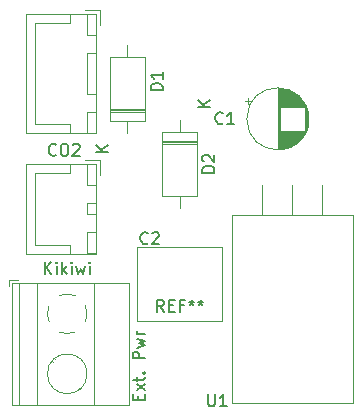
<source format=gbr>
%TF.GenerationSoftware,KiCad,Pcbnew,7.0.9*%
%TF.CreationDate,2023-11-11T09:59:11+01:00*%
%TF.ProjectId,CO2-PwrSupply,434f322d-5077-4725-9375-70706c792e6b,1.0*%
%TF.SameCoordinates,Original*%
%TF.FileFunction,Legend,Top*%
%TF.FilePolarity,Positive*%
%FSLAX46Y46*%
G04 Gerber Fmt 4.6, Leading zero omitted, Abs format (unit mm)*
G04 Created by KiCad (PCBNEW 7.0.9) date 2023-11-11 09:59:11*
%MOMM*%
%LPD*%
G01*
G04 APERTURE LIST*
%ADD10C,0.150000*%
%ADD11C,0.120000*%
G04 APERTURE END LIST*
D10*
X62009666Y-42872819D02*
X61676333Y-42396628D01*
X61438238Y-42872819D02*
X61438238Y-41872819D01*
X61438238Y-41872819D02*
X61819190Y-41872819D01*
X61819190Y-41872819D02*
X61914428Y-41920438D01*
X61914428Y-41920438D02*
X61962047Y-41968057D01*
X61962047Y-41968057D02*
X62009666Y-42063295D01*
X62009666Y-42063295D02*
X62009666Y-42206152D01*
X62009666Y-42206152D02*
X61962047Y-42301390D01*
X61962047Y-42301390D02*
X61914428Y-42349009D01*
X61914428Y-42349009D02*
X61819190Y-42396628D01*
X61819190Y-42396628D02*
X61438238Y-42396628D01*
X62438238Y-42349009D02*
X62771571Y-42349009D01*
X62914428Y-42872819D02*
X62438238Y-42872819D01*
X62438238Y-42872819D02*
X62438238Y-41872819D01*
X62438238Y-41872819D02*
X62914428Y-41872819D01*
X63676333Y-42349009D02*
X63343000Y-42349009D01*
X63343000Y-42872819D02*
X63343000Y-41872819D01*
X63343000Y-41872819D02*
X63819190Y-41872819D01*
X64343000Y-41872819D02*
X64343000Y-42110914D01*
X64104905Y-42015676D02*
X64343000Y-42110914D01*
X64343000Y-42110914D02*
X64581095Y-42015676D01*
X64200143Y-42301390D02*
X64343000Y-42110914D01*
X64343000Y-42110914D02*
X64485857Y-42301390D01*
X65104905Y-41872819D02*
X65104905Y-42110914D01*
X64866810Y-42015676D02*
X65104905Y-42110914D01*
X65104905Y-42110914D02*
X65343000Y-42015676D01*
X64962048Y-42301390D02*
X65104905Y-42110914D01*
X65104905Y-42110914D02*
X65247762Y-42301390D01*
X52873523Y-29569580D02*
X52825904Y-29617200D01*
X52825904Y-29617200D02*
X52683047Y-29664819D01*
X52683047Y-29664819D02*
X52587809Y-29664819D01*
X52587809Y-29664819D02*
X52444952Y-29617200D01*
X52444952Y-29617200D02*
X52349714Y-29521961D01*
X52349714Y-29521961D02*
X52302095Y-29426723D01*
X52302095Y-29426723D02*
X52254476Y-29236247D01*
X52254476Y-29236247D02*
X52254476Y-29093390D01*
X52254476Y-29093390D02*
X52302095Y-28902914D01*
X52302095Y-28902914D02*
X52349714Y-28807676D01*
X52349714Y-28807676D02*
X52444952Y-28712438D01*
X52444952Y-28712438D02*
X52587809Y-28664819D01*
X52587809Y-28664819D02*
X52683047Y-28664819D01*
X52683047Y-28664819D02*
X52825904Y-28712438D01*
X52825904Y-28712438D02*
X52873523Y-28760057D01*
X53492571Y-28664819D02*
X53683047Y-28664819D01*
X53683047Y-28664819D02*
X53778285Y-28712438D01*
X53778285Y-28712438D02*
X53873523Y-28807676D01*
X53873523Y-28807676D02*
X53921142Y-28998152D01*
X53921142Y-28998152D02*
X53921142Y-29331485D01*
X53921142Y-29331485D02*
X53873523Y-29521961D01*
X53873523Y-29521961D02*
X53778285Y-29617200D01*
X53778285Y-29617200D02*
X53683047Y-29664819D01*
X53683047Y-29664819D02*
X53492571Y-29664819D01*
X53492571Y-29664819D02*
X53397333Y-29617200D01*
X53397333Y-29617200D02*
X53302095Y-29521961D01*
X53302095Y-29521961D02*
X53254476Y-29331485D01*
X53254476Y-29331485D02*
X53254476Y-28998152D01*
X53254476Y-28998152D02*
X53302095Y-28807676D01*
X53302095Y-28807676D02*
X53397333Y-28712438D01*
X53397333Y-28712438D02*
X53492571Y-28664819D01*
X54302095Y-28760057D02*
X54349714Y-28712438D01*
X54349714Y-28712438D02*
X54444952Y-28664819D01*
X54444952Y-28664819D02*
X54683047Y-28664819D01*
X54683047Y-28664819D02*
X54778285Y-28712438D01*
X54778285Y-28712438D02*
X54825904Y-28760057D01*
X54825904Y-28760057D02*
X54873523Y-28855295D01*
X54873523Y-28855295D02*
X54873523Y-28950533D01*
X54873523Y-28950533D02*
X54825904Y-29093390D01*
X54825904Y-29093390D02*
X54254476Y-29664819D01*
X54254476Y-29664819D02*
X54873523Y-29664819D01*
X66267819Y-31091094D02*
X65267819Y-31091094D01*
X65267819Y-31091094D02*
X65267819Y-30852999D01*
X65267819Y-30852999D02*
X65315438Y-30710142D01*
X65315438Y-30710142D02*
X65410676Y-30614904D01*
X65410676Y-30614904D02*
X65505914Y-30567285D01*
X65505914Y-30567285D02*
X65696390Y-30519666D01*
X65696390Y-30519666D02*
X65839247Y-30519666D01*
X65839247Y-30519666D02*
X66029723Y-30567285D01*
X66029723Y-30567285D02*
X66124961Y-30614904D01*
X66124961Y-30614904D02*
X66220200Y-30710142D01*
X66220200Y-30710142D02*
X66267819Y-30852999D01*
X66267819Y-30852999D02*
X66267819Y-31091094D01*
X65363057Y-30138713D02*
X65315438Y-30091094D01*
X65315438Y-30091094D02*
X65267819Y-29995856D01*
X65267819Y-29995856D02*
X65267819Y-29757761D01*
X65267819Y-29757761D02*
X65315438Y-29662523D01*
X65315438Y-29662523D02*
X65363057Y-29614904D01*
X65363057Y-29614904D02*
X65458295Y-29567285D01*
X65458295Y-29567285D02*
X65553533Y-29567285D01*
X65553533Y-29567285D02*
X65696390Y-29614904D01*
X65696390Y-29614904D02*
X66267819Y-30186332D01*
X66267819Y-30186332D02*
X66267819Y-29567285D01*
X65897819Y-25534904D02*
X64897819Y-25534904D01*
X65897819Y-24963476D02*
X65326390Y-25392047D01*
X64897819Y-24963476D02*
X65469247Y-25534904D01*
X51913239Y-39697819D02*
X51913239Y-38697819D01*
X52484667Y-39697819D02*
X52056096Y-39126390D01*
X52484667Y-38697819D02*
X51913239Y-39269247D01*
X52913239Y-39697819D02*
X52913239Y-39031152D01*
X52913239Y-38697819D02*
X52865620Y-38745438D01*
X52865620Y-38745438D02*
X52913239Y-38793057D01*
X52913239Y-38793057D02*
X52960858Y-38745438D01*
X52960858Y-38745438D02*
X52913239Y-38697819D01*
X52913239Y-38697819D02*
X52913239Y-38793057D01*
X53389429Y-39697819D02*
X53389429Y-38697819D01*
X53484667Y-39316866D02*
X53770381Y-39697819D01*
X53770381Y-39031152D02*
X53389429Y-39412104D01*
X54198953Y-39697819D02*
X54198953Y-39031152D01*
X54198953Y-38697819D02*
X54151334Y-38745438D01*
X54151334Y-38745438D02*
X54198953Y-38793057D01*
X54198953Y-38793057D02*
X54246572Y-38745438D01*
X54246572Y-38745438D02*
X54198953Y-38697819D01*
X54198953Y-38697819D02*
X54198953Y-38793057D01*
X54579905Y-39031152D02*
X54770381Y-39697819D01*
X54770381Y-39697819D02*
X54960857Y-39221628D01*
X54960857Y-39221628D02*
X55151333Y-39697819D01*
X55151333Y-39697819D02*
X55341809Y-39031152D01*
X55722762Y-39697819D02*
X55722762Y-39031152D01*
X55722762Y-38697819D02*
X55675143Y-38745438D01*
X55675143Y-38745438D02*
X55722762Y-38793057D01*
X55722762Y-38793057D02*
X55770381Y-38745438D01*
X55770381Y-38745438D02*
X55722762Y-38697819D01*
X55722762Y-38697819D02*
X55722762Y-38793057D01*
X65756095Y-49873819D02*
X65756095Y-50683342D01*
X65756095Y-50683342D02*
X65803714Y-50778580D01*
X65803714Y-50778580D02*
X65851333Y-50826200D01*
X65851333Y-50826200D02*
X65946571Y-50873819D01*
X65946571Y-50873819D02*
X66137047Y-50873819D01*
X66137047Y-50873819D02*
X66232285Y-50826200D01*
X66232285Y-50826200D02*
X66279904Y-50778580D01*
X66279904Y-50778580D02*
X66327523Y-50683342D01*
X66327523Y-50683342D02*
X66327523Y-49873819D01*
X67327523Y-50873819D02*
X66756095Y-50873819D01*
X67041809Y-50873819D02*
X67041809Y-49873819D01*
X67041809Y-49873819D02*
X66946571Y-50016676D01*
X66946571Y-50016676D02*
X66851333Y-50111914D01*
X66851333Y-50111914D02*
X66756095Y-50159533D01*
X60636333Y-37062580D02*
X60588714Y-37110200D01*
X60588714Y-37110200D02*
X60445857Y-37157819D01*
X60445857Y-37157819D02*
X60350619Y-37157819D01*
X60350619Y-37157819D02*
X60207762Y-37110200D01*
X60207762Y-37110200D02*
X60112524Y-37014961D01*
X60112524Y-37014961D02*
X60064905Y-36919723D01*
X60064905Y-36919723D02*
X60017286Y-36729247D01*
X60017286Y-36729247D02*
X60017286Y-36586390D01*
X60017286Y-36586390D02*
X60064905Y-36395914D01*
X60064905Y-36395914D02*
X60112524Y-36300676D01*
X60112524Y-36300676D02*
X60207762Y-36205438D01*
X60207762Y-36205438D02*
X60350619Y-36157819D01*
X60350619Y-36157819D02*
X60445857Y-36157819D01*
X60445857Y-36157819D02*
X60588714Y-36205438D01*
X60588714Y-36205438D02*
X60636333Y-36253057D01*
X61017286Y-36253057D02*
X61064905Y-36205438D01*
X61064905Y-36205438D02*
X61160143Y-36157819D01*
X61160143Y-36157819D02*
X61398238Y-36157819D01*
X61398238Y-36157819D02*
X61493476Y-36205438D01*
X61493476Y-36205438D02*
X61541095Y-36253057D01*
X61541095Y-36253057D02*
X61588714Y-36348295D01*
X61588714Y-36348295D02*
X61588714Y-36443533D01*
X61588714Y-36443533D02*
X61541095Y-36586390D01*
X61541095Y-36586390D02*
X60969667Y-37157819D01*
X60969667Y-37157819D02*
X61588714Y-37157819D01*
X61892819Y-24106094D02*
X60892819Y-24106094D01*
X60892819Y-24106094D02*
X60892819Y-23867999D01*
X60892819Y-23867999D02*
X60940438Y-23725142D01*
X60940438Y-23725142D02*
X61035676Y-23629904D01*
X61035676Y-23629904D02*
X61130914Y-23582285D01*
X61130914Y-23582285D02*
X61321390Y-23534666D01*
X61321390Y-23534666D02*
X61464247Y-23534666D01*
X61464247Y-23534666D02*
X61654723Y-23582285D01*
X61654723Y-23582285D02*
X61749961Y-23629904D01*
X61749961Y-23629904D02*
X61845200Y-23725142D01*
X61845200Y-23725142D02*
X61892819Y-23867999D01*
X61892819Y-23867999D02*
X61892819Y-24106094D01*
X61892819Y-22582285D02*
X61892819Y-23153713D01*
X61892819Y-22867999D02*
X60892819Y-22867999D01*
X60892819Y-22867999D02*
X61035676Y-22963237D01*
X61035676Y-22963237D02*
X61130914Y-23058475D01*
X61130914Y-23058475D02*
X61178533Y-23153713D01*
X57252819Y-29344904D02*
X56252819Y-29344904D01*
X57252819Y-28773476D02*
X56681390Y-29202047D01*
X56252819Y-28773476D02*
X56824247Y-29344904D01*
X59845009Y-50355142D02*
X59845009Y-50021809D01*
X60368819Y-49878952D02*
X60368819Y-50355142D01*
X60368819Y-50355142D02*
X59368819Y-50355142D01*
X59368819Y-50355142D02*
X59368819Y-49878952D01*
X60368819Y-49545618D02*
X59702152Y-49021809D01*
X59702152Y-49545618D02*
X60368819Y-49021809D01*
X59702152Y-48783713D02*
X59702152Y-48402761D01*
X59368819Y-48640856D02*
X60225961Y-48640856D01*
X60225961Y-48640856D02*
X60321200Y-48593237D01*
X60321200Y-48593237D02*
X60368819Y-48497999D01*
X60368819Y-48497999D02*
X60368819Y-48402761D01*
X60273580Y-48069427D02*
X60321200Y-48021808D01*
X60321200Y-48021808D02*
X60368819Y-48069427D01*
X60368819Y-48069427D02*
X60321200Y-48117046D01*
X60321200Y-48117046D02*
X60273580Y-48069427D01*
X60273580Y-48069427D02*
X60368819Y-48069427D01*
X60368819Y-46831332D02*
X59368819Y-46831332D01*
X59368819Y-46831332D02*
X59368819Y-46450380D01*
X59368819Y-46450380D02*
X59416438Y-46355142D01*
X59416438Y-46355142D02*
X59464057Y-46307523D01*
X59464057Y-46307523D02*
X59559295Y-46259904D01*
X59559295Y-46259904D02*
X59702152Y-46259904D01*
X59702152Y-46259904D02*
X59797390Y-46307523D01*
X59797390Y-46307523D02*
X59845009Y-46355142D01*
X59845009Y-46355142D02*
X59892628Y-46450380D01*
X59892628Y-46450380D02*
X59892628Y-46831332D01*
X59702152Y-45926570D02*
X60368819Y-45736094D01*
X60368819Y-45736094D02*
X59892628Y-45545618D01*
X59892628Y-45545618D02*
X60368819Y-45355142D01*
X60368819Y-45355142D02*
X59702152Y-45164666D01*
X60368819Y-44783713D02*
X59702152Y-44783713D01*
X59892628Y-44783713D02*
X59797390Y-44736094D01*
X59797390Y-44736094D02*
X59749771Y-44688475D01*
X59749771Y-44688475D02*
X59702152Y-44593237D01*
X59702152Y-44593237D02*
X59702152Y-44497999D01*
X66986333Y-26902580D02*
X66938714Y-26950200D01*
X66938714Y-26950200D02*
X66795857Y-26997819D01*
X66795857Y-26997819D02*
X66700619Y-26997819D01*
X66700619Y-26997819D02*
X66557762Y-26950200D01*
X66557762Y-26950200D02*
X66462524Y-26854961D01*
X66462524Y-26854961D02*
X66414905Y-26759723D01*
X66414905Y-26759723D02*
X66367286Y-26569247D01*
X66367286Y-26569247D02*
X66367286Y-26426390D01*
X66367286Y-26426390D02*
X66414905Y-26235914D01*
X66414905Y-26235914D02*
X66462524Y-26140676D01*
X66462524Y-26140676D02*
X66557762Y-26045438D01*
X66557762Y-26045438D02*
X66700619Y-25997819D01*
X66700619Y-25997819D02*
X66795857Y-25997819D01*
X66795857Y-25997819D02*
X66938714Y-26045438D01*
X66938714Y-26045438D02*
X66986333Y-26093057D01*
X67938714Y-26997819D02*
X67367286Y-26997819D01*
X67653000Y-26997819D02*
X67653000Y-25997819D01*
X67653000Y-25997819D02*
X67557762Y-26140676D01*
X67557762Y-26140676D02*
X67462524Y-26235914D01*
X67462524Y-26235914D02*
X67367286Y-26283533D01*
D11*
%TO.C,J3*%
X56568000Y-17343000D02*
X55318000Y-17343000D01*
X56278000Y-17633000D02*
X50308000Y-17633000D01*
X50308000Y-17633000D02*
X50308000Y-27753000D01*
X56268000Y-17643000D02*
X55518000Y-17643000D01*
X55518000Y-17643000D02*
X55518000Y-19443000D01*
X54018000Y-17643000D02*
X54018000Y-18393000D01*
X54018000Y-18393000D02*
X51068000Y-18393000D01*
X51068000Y-18393000D02*
X51068000Y-22693000D01*
X56568000Y-18593000D02*
X56568000Y-17343000D01*
X56268000Y-19443000D02*
X56268000Y-17643000D01*
X55518000Y-19443000D02*
X56268000Y-19443000D01*
X56268000Y-20943000D02*
X55518000Y-20943000D01*
X55518000Y-20943000D02*
X55518000Y-24443000D01*
X56268000Y-24443000D02*
X56268000Y-20943000D01*
X55518000Y-24443000D02*
X56268000Y-24443000D01*
X56268000Y-25943000D02*
X55518000Y-25943000D01*
X55518000Y-25943000D02*
X55518000Y-27743000D01*
X54018000Y-26993000D02*
X51068000Y-26993000D01*
X51068000Y-26993000D02*
X51068000Y-22693000D01*
X56268000Y-27743000D02*
X56268000Y-25943000D01*
X55518000Y-27743000D02*
X56268000Y-27743000D01*
X54018000Y-27743000D02*
X54018000Y-26993000D01*
X56278000Y-27753000D02*
X56278000Y-17633000D01*
X50308000Y-27753000D02*
X56278000Y-27753000D01*
%TO.C,D2*%
X63343000Y-26613000D02*
X63343000Y-27633000D01*
X64813000Y-27633000D02*
X61873000Y-27633000D01*
X61873000Y-27633000D02*
X61873000Y-33073000D01*
X64813000Y-28413000D02*
X61873000Y-28413000D01*
X64813000Y-28533000D02*
X61873000Y-28533000D01*
X64813000Y-28653000D02*
X61873000Y-28653000D01*
X64813000Y-33073000D02*
X64813000Y-27633000D01*
X61873000Y-33073000D02*
X64813000Y-33073000D01*
X63343000Y-34093000D02*
X63343000Y-33073000D01*
%TO.C,J2*%
X56568000Y-30043000D02*
X55318000Y-30043000D01*
X56278000Y-30333000D02*
X50308000Y-30333000D01*
X50308000Y-30333000D02*
X50308000Y-37953000D01*
X56268000Y-30343000D02*
X55518000Y-30343000D01*
X55518000Y-30343000D02*
X55518000Y-32143000D01*
X54018000Y-30343000D02*
X54018000Y-31093000D01*
X54018000Y-31093000D02*
X51068000Y-31093000D01*
X51068000Y-31093000D02*
X51068000Y-34143000D01*
X56568000Y-31293000D02*
X56568000Y-30043000D01*
X56268000Y-32143000D02*
X56268000Y-30343000D01*
X55518000Y-32143000D02*
X56268000Y-32143000D01*
X56268000Y-33643000D02*
X55518000Y-33643000D01*
X55518000Y-33643000D02*
X55518000Y-34643000D01*
X56268000Y-34643000D02*
X56268000Y-33643000D01*
X55518000Y-34643000D02*
X56268000Y-34643000D01*
X56268000Y-36143000D02*
X55518000Y-36143000D01*
X55518000Y-36143000D02*
X55518000Y-37943000D01*
X54018000Y-37193000D02*
X51068000Y-37193000D01*
X51068000Y-37193000D02*
X51068000Y-34143000D01*
X56268000Y-37943000D02*
X56268000Y-36143000D01*
X55518000Y-37943000D02*
X56268000Y-37943000D01*
X54018000Y-37943000D02*
X54018000Y-37193000D01*
X56278000Y-37953000D02*
X56278000Y-30333000D01*
X50308000Y-37953000D02*
X56278000Y-37953000D01*
%TO.C,U1*%
X77988000Y-50568000D02*
X77988000Y-34678000D01*
X77988000Y-50568000D02*
X67748000Y-50568000D01*
X77988000Y-34678000D02*
X67748000Y-34678000D01*
X75408000Y-34678000D02*
X75408000Y-32138000D01*
X72868000Y-34678000D02*
X72868000Y-32138000D01*
X70328000Y-34678000D02*
X70328000Y-32138000D01*
X67748000Y-50568000D02*
X67748000Y-34678000D01*
%TO.C,C2*%
X66963000Y-43633000D02*
X66963000Y-37393000D01*
X66963000Y-43633000D02*
X59723000Y-43633000D01*
X66963000Y-37393000D02*
X59723000Y-37393000D01*
X59723000Y-43633000D02*
X59723000Y-37393000D01*
%TO.C,D1*%
X58898000Y-27743000D02*
X58898000Y-26723000D01*
X57428000Y-26723000D02*
X60368000Y-26723000D01*
X60368000Y-26723000D02*
X60368000Y-21283000D01*
X57428000Y-25943000D02*
X60368000Y-25943000D01*
X57428000Y-25823000D02*
X60368000Y-25823000D01*
X57428000Y-25703000D02*
X60368000Y-25703000D01*
X57428000Y-21283000D02*
X57428000Y-26723000D01*
X60368000Y-21283000D02*
X57428000Y-21283000D01*
X58898000Y-20263000D02*
X58898000Y-21283000D01*
%TO.C,J4*%
X49658000Y-40213000D02*
X48918000Y-40213000D01*
X48918000Y-40213000D02*
X48918000Y-40713000D01*
X59079000Y-40453000D02*
X49158000Y-40453000D01*
X59079000Y-40453000D02*
X59079000Y-50733000D01*
X56119000Y-40453000D02*
X56119000Y-50733000D01*
X51218000Y-40453000D02*
X51218000Y-50733000D01*
X49718000Y-40453000D02*
X49718000Y-50733000D01*
X49158000Y-40453000D02*
X49158000Y-50733000D01*
X52795000Y-46906000D02*
X52749000Y-46859000D01*
X52579000Y-47099000D02*
X52544000Y-47064000D01*
X55093000Y-49203000D02*
X55057000Y-49168000D01*
X54887000Y-49408000D02*
X54841000Y-49361000D01*
X59079000Y-50733000D02*
X49158000Y-50733000D01*
X54501999Y-41518001D02*
G75*
G03*
X53134958Y-41517574I-684000J-1534992D01*
G01*
X55352999Y-43736999D02*
G75*
G03*
X55353426Y-42369958I-1534992J684000D01*
G01*
X52283001Y-42369000D02*
G75*
G03*
X52137748Y-43081805I1535000J-683999D01*
G01*
X52138001Y-43053000D02*
G75*
G03*
X52283245Y-43736318I1679999J0D01*
G01*
X53134000Y-44588000D02*
G75*
G03*
X54501042Y-44588426I684000J1535000D01*
G01*
X55498000Y-48133000D02*
G75*
G03*
X55498000Y-48133000I-1680000J0D01*
G01*
%TO.C,C1*%
X68838113Y-25068000D02*
X69338113Y-25068000D01*
X69088113Y-24818000D02*
X69088113Y-25318000D01*
X71642888Y-23963000D02*
X71642888Y-29123000D01*
X71682888Y-23963000D02*
X71682888Y-29123000D01*
X71722888Y-23964000D02*
X71722888Y-29122000D01*
X71762888Y-23965000D02*
X71762888Y-29121000D01*
X71802888Y-23967000D02*
X71802888Y-29119000D01*
X71842888Y-23970000D02*
X71842888Y-29116000D01*
X71882888Y-23974000D02*
X71882888Y-25503000D01*
X71882888Y-27583000D02*
X71882888Y-29112000D01*
X71922888Y-23978000D02*
X71922888Y-25503000D01*
X71922888Y-27583000D02*
X71922888Y-29108000D01*
X71962888Y-23982000D02*
X71962888Y-25503000D01*
X71962888Y-27583000D02*
X71962888Y-29104000D01*
X72002888Y-23987000D02*
X72002888Y-25503000D01*
X72002888Y-27583000D02*
X72002888Y-29099000D01*
X72042888Y-23993000D02*
X72042888Y-25503000D01*
X72042888Y-27583000D02*
X72042888Y-29093000D01*
X72082888Y-24000000D02*
X72082888Y-25503000D01*
X72082888Y-27583000D02*
X72082888Y-29086000D01*
X72122888Y-24007000D02*
X72122888Y-25503000D01*
X72122888Y-27583000D02*
X72122888Y-29079000D01*
X72162888Y-24015000D02*
X72162888Y-25503000D01*
X72162888Y-27583000D02*
X72162888Y-29071000D01*
X72202888Y-24023000D02*
X72202888Y-25503000D01*
X72202888Y-27583000D02*
X72202888Y-29063000D01*
X72242888Y-24032000D02*
X72242888Y-25503000D01*
X72242888Y-27583000D02*
X72242888Y-29054000D01*
X72282888Y-24042000D02*
X72282888Y-25503000D01*
X72282888Y-27583000D02*
X72282888Y-29044000D01*
X72322888Y-24052000D02*
X72322888Y-25503000D01*
X72322888Y-27583000D02*
X72322888Y-29034000D01*
X72363888Y-24063000D02*
X72363888Y-25503000D01*
X72363888Y-27583000D02*
X72363888Y-29023000D01*
X72403888Y-24075000D02*
X72403888Y-25503000D01*
X72403888Y-27583000D02*
X72403888Y-29011000D01*
X72443888Y-24088000D02*
X72443888Y-25503000D01*
X72443888Y-27583000D02*
X72443888Y-28998000D01*
X72483888Y-24101000D02*
X72483888Y-25503000D01*
X72483888Y-27583000D02*
X72483888Y-28985000D01*
X72523888Y-24115000D02*
X72523888Y-25503000D01*
X72523888Y-27583000D02*
X72523888Y-28971000D01*
X72563888Y-24129000D02*
X72563888Y-25503000D01*
X72563888Y-27583000D02*
X72563888Y-28957000D01*
X72603888Y-24145000D02*
X72603888Y-25503000D01*
X72603888Y-27583000D02*
X72603888Y-28941000D01*
X72643888Y-24161000D02*
X72643888Y-25503000D01*
X72643888Y-27583000D02*
X72643888Y-28925000D01*
X72683888Y-24178000D02*
X72683888Y-25503000D01*
X72683888Y-27583000D02*
X72683888Y-28908000D01*
X72723888Y-24195000D02*
X72723888Y-25503000D01*
X72723888Y-27583000D02*
X72723888Y-28891000D01*
X72763888Y-24214000D02*
X72763888Y-25503000D01*
X72763888Y-27583000D02*
X72763888Y-28872000D01*
X72803888Y-24233000D02*
X72803888Y-25503000D01*
X72803888Y-27583000D02*
X72803888Y-28853000D01*
X72843888Y-24253000D02*
X72843888Y-25503000D01*
X72843888Y-27583000D02*
X72843888Y-28833000D01*
X72883888Y-24275000D02*
X72883888Y-25503000D01*
X72883888Y-27583000D02*
X72883888Y-28811000D01*
X72923888Y-24296000D02*
X72923888Y-25503000D01*
X72923888Y-27583000D02*
X72923888Y-28790000D01*
X72963888Y-24319000D02*
X72963888Y-25503000D01*
X72963888Y-27583000D02*
X72963888Y-28767000D01*
X73003888Y-24343000D02*
X73003888Y-25503000D01*
X73003888Y-27583000D02*
X73003888Y-28743000D01*
X73043888Y-24368000D02*
X73043888Y-25503000D01*
X73043888Y-27583000D02*
X73043888Y-28718000D01*
X73083888Y-24394000D02*
X73083888Y-25503000D01*
X73083888Y-27583000D02*
X73083888Y-28692000D01*
X73123888Y-24421000D02*
X73123888Y-25503000D01*
X73123888Y-27583000D02*
X73123888Y-28665000D01*
X73163888Y-24448000D02*
X73163888Y-25503000D01*
X73163888Y-27583000D02*
X73163888Y-28638000D01*
X73203888Y-24478000D02*
X73203888Y-25503000D01*
X73203888Y-27583000D02*
X73203888Y-28608000D01*
X73243888Y-24508000D02*
X73243888Y-25503000D01*
X73243888Y-27583000D02*
X73243888Y-28578000D01*
X73283888Y-24539000D02*
X73283888Y-25503000D01*
X73283888Y-27583000D02*
X73283888Y-28547000D01*
X73323888Y-24572000D02*
X73323888Y-25503000D01*
X73323888Y-27583000D02*
X73323888Y-28514000D01*
X73363888Y-24606000D02*
X73363888Y-25503000D01*
X73363888Y-27583000D02*
X73363888Y-28480000D01*
X73403888Y-24642000D02*
X73403888Y-25503000D01*
X73403888Y-27583000D02*
X73403888Y-28444000D01*
X73443888Y-24679000D02*
X73443888Y-25503000D01*
X73443888Y-27583000D02*
X73443888Y-28407000D01*
X73483888Y-24717000D02*
X73483888Y-25503000D01*
X73483888Y-27583000D02*
X73483888Y-28369000D01*
X73523888Y-24758000D02*
X73523888Y-25503000D01*
X73523888Y-27583000D02*
X73523888Y-28328000D01*
X73563888Y-24800000D02*
X73563888Y-25503000D01*
X73563888Y-27583000D02*
X73563888Y-28286000D01*
X73603888Y-24844000D02*
X73603888Y-25503000D01*
X73603888Y-27583000D02*
X73603888Y-28242000D01*
X73643888Y-24890000D02*
X73643888Y-25503000D01*
X73643888Y-27583000D02*
X73643888Y-28196000D01*
X73683888Y-24938000D02*
X73683888Y-25503000D01*
X73683888Y-27583000D02*
X73683888Y-28148000D01*
X73723888Y-24989000D02*
X73723888Y-25503000D01*
X73723888Y-27583000D02*
X73723888Y-28097000D01*
X73763888Y-25043000D02*
X73763888Y-25503000D01*
X73763888Y-27583000D02*
X73763888Y-28043000D01*
X73803888Y-25100000D02*
X73803888Y-25503000D01*
X73803888Y-27583000D02*
X73803888Y-27986000D01*
X73843888Y-25160000D02*
X73843888Y-25503000D01*
X73843888Y-27583000D02*
X73843888Y-27926000D01*
X73883888Y-25224000D02*
X73883888Y-25503000D01*
X73883888Y-27583000D02*
X73883888Y-27862000D01*
X73923888Y-25292000D02*
X73923888Y-25503000D01*
X73923888Y-27583000D02*
X73923888Y-27794000D01*
X73963888Y-25365000D02*
X73963888Y-27721000D01*
X74003888Y-25445000D02*
X74003888Y-27641000D01*
X74043888Y-25532000D02*
X74043888Y-27554000D01*
X74083888Y-25628000D02*
X74083888Y-27458000D01*
X74123888Y-25738000D02*
X74123888Y-27348000D01*
X74163888Y-25866000D02*
X74163888Y-27220000D01*
X74203888Y-26025000D02*
X74203888Y-27061000D01*
X74243888Y-26259000D02*
X74243888Y-26827000D01*
X74262888Y-26543000D02*
G75*
G03*
X74262888Y-26543000I-2620000J0D01*
G01*
%TD*%
M02*

</source>
